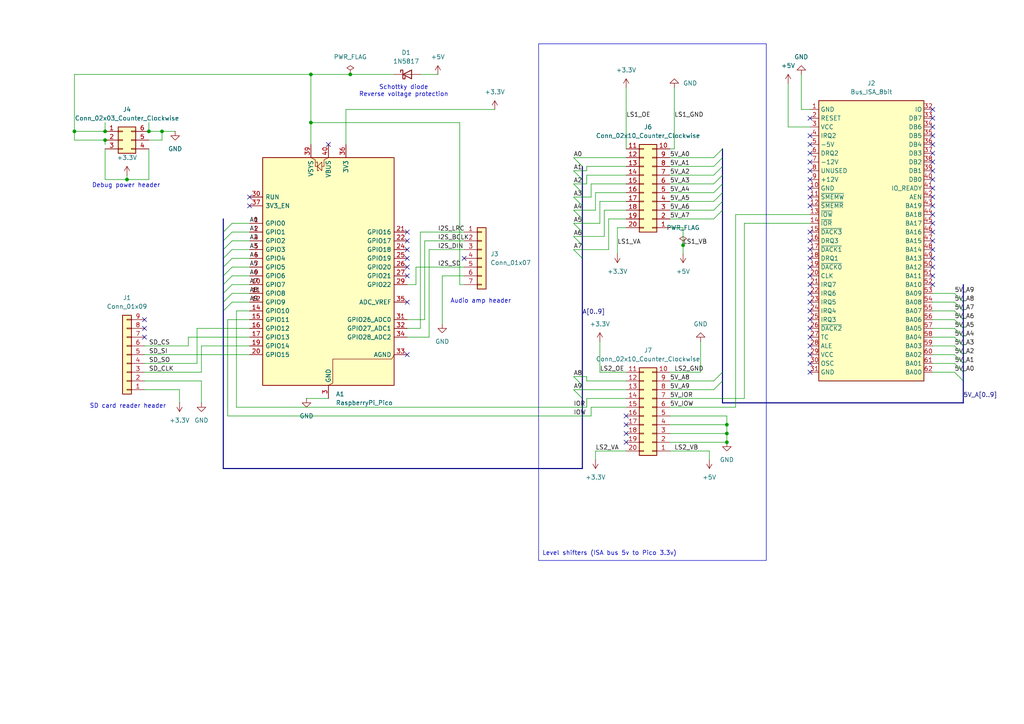
<source format=kicad_sch>
(kicad_sch (version 20250114) (generator "eeschema") (generator_version "9.0")
  (paper "A4")
  (lib_symbols
    (symbol "Connector:Bus_ISA_8bit"
      (property "Reference" "J" (at 0 42.545 0))
      (property "Value" "Bus_ISA_8bit" (at 0 -42.545 0))
      (symbol "Bus_ISA_8bit_0_1"
        (rectangle (start -15.24 -40.64) (end 15.24 40.64) (stroke (width 0.254)) (fill (type background)))
      )
      (symbol "Bus_ISA_8bit_1_1"
        (pin power_in line (at -17.78 38.1 0) (length 2.54) (name "GND") (number "1"))
        (pin output line (at -17.78 35.56 0) (length 2.54) (name "RESET") (number "2"))
        (pin power_in line (at -17.78 33.02 0) (length 2.54) (name "VCC") (number "3"))
        (pin passive line (at -17.78 30.48 0) (length 2.54) (name "IRQ2") (number "4"))
        (pin power_in line (at -17.78 27.94 0) (length 2.54) (name "-5V") (number "5"))
        (pin passive line (at -17.78 25.4 0) (length 2.54) (name "DRQ2") (number "6"))
        (pin power_in line (at -17.78 22.86 0) (length 2.54) (name "-12V") (number "7"))
        (pin passive line (at -17.78 20.32 0) (length 2.54) (name "UNUSED") (number "8"))
        (pin power_in line (at -17.78 17.78 0) (length 2.54) (name "+12V") (number "9"))
        (pin power_in line (at -17.78 15.24 0) (length 2.54) (name "GND") (number "10"))
        (pin output line (at -17.78 12.7 0) (length 2.54) (name "~{SMEMW}") (number "11"))
        (pin output line (at -17.78 10.16 0) (length 2.54) (name "~{SMEMR}") (number "12"))
        (pin output line (at -17.78 7.62 0) (length 2.54) (name "~{IOW}") (number "13"))
        (pin output line (at -17.78 5.08 0) (length 2.54) (name "~{IOR}") (number "14"))
        (pin passive line (at -17.78 2.54 0) (length 2.54) (name "~{DACK3}") (number "15"))
        (pin passive line (at -17.78 0 0) (length 2.54) (name "DRQ3") (number "16"))
        (pin passive line (at -17.78 -2.54 0) (length 2.54) (name "~{DACK1}") (number "17"))
        (pin passive line (at -17.78 -5.08 0) (length 2.54) (name "DRQ1") (number "18"))
        (pin passive line (at -17.78 -7.62 0) (length 2.54) (name "~{DACK0}") (number "19"))
        (pin output line (at -17.78 -10.16 0) (length 2.54) (name "CLK") (number "20"))
        (pin passive line (at -17.78 -12.7 0) (length 2.54) (name "IRQ7") (number "21"))
        (pin passive line (at -17.78 -15.24 0) (length 2.54) (name "IRQ6") (number "22"))
        (pin passive line (at -17.78 -17.78 0) (length 2.54) (name "IRQ5") (number "23"))
        (pin passive line (at -17.78 -20.32 0) (length 2.54) (name "IRQ4") (number "24"))
        (pin passive line (at -17.78 -22.86 0) (length 2.54) (name "IRQ3") (number "25"))
        (pin passive line (at -17.78 -25.4 0) (length 2.54) (name "~{DACK2}") (number "26"))
        (pin passive line (at -17.78 -27.94 0) (length 2.54) (name "TC") (number "27"))
        (pin output line (at -17.78 -30.48 0) (length 2.54) (name "ALE") (number "28"))
        (pin power_in line (at -17.78 -33.02 0) (length 2.54) (name "VCC") (number "29"))
        (pin output line (at -17.78 -35.56 0) (length 2.54) (name "OSC") (number "30"))
        (pin power_in line (at -17.78 -38.1 0) (length 2.54) (name "GND") (number "31"))
        (pin passive line (at 17.78 38.1 180) (length 2.54) (name "IO") (number "32"))
        (pin tri_state line (at 17.78 35.56 180) (length 2.54) (name "DB7") (number "33"))
        (pin tri_state line (at 17.78 33.02 180) (length 2.54) (name "DB6") (number "34"))
        (pin tri_state line (at 17.78 30.48 180) (length 2.54) (name "DB5") (number "35"))
        (pin tri_state line (at 17.78 27.94 180) (length 2.54) (name "DB4") (number "36"))
        (pin tri_state line (at 17.78 25.4 180) (length 2.54) (name "DB3") (number "37"))
        (pin tri_state line (at 17.78 22.86 180) (length 2.54) (name "DB2") (number "38"))
        (pin tri_state line (at 17.78 20.32 180) (length 2.54) (name "DB1") (number "39"))
        (pin tri_state line (at 17.78 17.78 180) (length 2.54) (name "DB0") (number "40"))
        (pin passive line (at 17.78 15.24 180) (length 2.54) (name "IO_READY") (number "41"))
        (pin output line (at 17.78 12.7 180) (length 2.54) (name "AEN") (number "42"))
        (pin tri_state line (at 17.78 10.16 180) (length 2.54) (name "BA19") (number "43"))
        (pin tri_state line (at 17.78 7.62 180) (length 2.54) (name "BA18") (number "44"))
        (pin tri_state line (at 17.78 5.08 180) (length 2.54) (name "BA17") (number "45"))
        (pin tri_state line (at 17.78 2.54 180) (length 2.54) (name "BA16") (number "46"))
        (pin tri_state line (at 17.78 0 180) (length 2.54) (name "BA15") (number "47"))
        (pin tri_state line (at 17.78 -2.54 180) (length 2.54) (name "BA14") (number "48"))
        (pin tri_state line (at 17.78 -5.08 180) (length 2.54) (name "BA13") (number "49"))
        (pin tri_state line (at 17.78 -7.62 180) (length 2.54) (name "BA12") (number "50"))
        (pin tri_state line (at 17.78 -10.16 180) (length 2.54) (name "BA11") (number "51"))
        (pin tri_state line (at 17.78 -12.7 180) (length 2.54) (name "BA10") (number "52"))
        (pin tri_state line (at 17.78 -15.24 180) (length 2.54) (name "BA09") (number "53"))
        (pin tri_state line (at 17.78 -17.78 180) (length 2.54) (name "BA08") (number "54"))
        (pin tri_state line (at 17.78 -20.32 180) (length 2.54) (name "BA07") (number "55"))
        (pin tri_state line (at 17.78 -22.86 180) (length 2.54) (name "BA06") (number "56"))
        (pin tri_state line (at 17.78 -25.4 180) (length 2.54) (name "BA05") (number "57"))
        (pin tri_state line (at 17.78 -27.94 180) (length 2.54) (name "BA04") (number "58"))
        (pin tri_state line (at 17.78 -30.48 180) (length 2.54) (name "BA03") (number "59"))
        (pin tri_state line (at 17.78 -33.02 180) (length 2.54) (name "BA02") (number "60"))
        (pin tri_state line (at 17.78 -35.56 180) (length 2.54) (name "BA01") (number "61"))
        (pin tri_state line (at 17.78 -38.1 180) (length 2.54) (name "BA00") (number "62"))
      )
    )
    (symbol "Connector_Generic:Conn_01x07" (pin_names (offset 1.016) (hide yes))
      (property "Reference" "J" (at 0 10.16 0))
      (property "Value" "Conn_01x07" (at 0 -10.16 0))
      (symbol "Conn_01x07_1_1"
        (rectangle (start -1.27 8.89) (end 1.27 -8.89) (stroke (width 0.254)) (fill (type background)))
        (rectangle (start -1.27 7.747) (end 0 7.493) (stroke (width 0.1524)))
        (rectangle (start -1.27 5.207) (end 0 4.953) (stroke (width 0.1524)))
        (rectangle (start -1.27 2.667) (end 0 2.413) (stroke (width 0.1524)))
        (rectangle (start -1.27 0.127) (end 0 -0.127) (stroke (width 0.1524)))
        (rectangle (start -1.27 -2.413) (end 0 -2.667) (stroke (width 0.1524)))
        (rectangle (start -1.27 -4.953) (end 0 -5.207) (stroke (width 0.1524)))
        (rectangle (start -1.27 -7.493) (end 0 -7.747) (stroke (width 0.1524)))
        (pin passive line (at -5.08 7.62 0) (length 3.81) (name "Pin_1") (number "1"))
        (pin passive line (at -5.08 5.08 0) (length 3.81) (name "Pin_2") (number "2"))
        (pin passive line (at -5.08 2.54 0) (length 3.81) (name "Pin_3") (number "3"))
        (pin passive line (at -5.08 0 0) (length 3.81) (name "Pin_4") (number "4"))
        (pin passive line (at -5.08 -2.54 0) (length 3.81) (name "Pin_5") (number "5"))
        (pin passive line (at -5.08 -5.08 0) (length 3.81) (name "Pin_6") (number "6"))
        (pin passive line (at -5.08 -7.62 0) (length 3.81) (name "Pin_7") (number "7"))
      )
    )
    (symbol "Connector_Generic:Conn_01x09" (pin_names (offset 1.016) (hide yes))
      (property "Reference" "J" (at 0 12.7 0))
      (property "Value" "Conn_01x09" (at 0 -12.7 0))
      (symbol "Conn_01x09_1_1"
        (rectangle (start -1.27 11.43) (end 1.27 -11.43) (stroke (width 0.254)) (fill (type background)))
        (rectangle (start -1.27 10.287) (end 0 10.033) (stroke (width 0.1524)))
        (rectangle (start -1.27 7.747) (end 0 7.493) (stroke (width 0.1524)))
        (rectangle (start -1.27 5.207) (end 0 4.953) (stroke (width 0.1524)))
        (rectangle (start -1.27 2.667) (end 0 2.413) (stroke (width 0.1524)))
        (rectangle (start -1.27 0.127) (end 0 -0.127) (stroke (width 0.1524)))
        (rectangle (start -1.27 -2.413) (end 0 -2.667) (stroke (width 0.1524)))
        (rectangle (start -1.27 -4.953) (end 0 -5.207) (stroke (width 0.1524)))
        (rectangle (start -1.27 -7.493) (end 0 -7.747) (stroke (width 0.1524)))
        (rectangle (start -1.27 -10.033) (end 0 -10.287) (stroke (width 0.1524)))
        (pin passive line (at -5.08 10.16 0) (length 3.81) (name "Pin_1") (number "1"))
        (pin passive line (at -5.08 7.62 0) (length 3.81) (name "Pin_2") (number "2"))
        (pin passive line (at -5.08 5.08 0) (length 3.81) (name "Pin_3") (number "3"))
        (pin passive line (at -5.08 2.54 0) (length 3.81) (name "Pin_4") (number "4"))
        (pin passive line (at -5.08 0 0) (length 3.81) (name "Pin_5") (number "5"))
        (pin passive line (at -5.08 -2.54 0) (length 3.81) (name "Pin_6") (number "6"))
        (pin passive line (at -5.08 -5.08 0) (length 3.81) (name "Pin_7") (number "7"))
        (pin passive line (at -5.08 -7.62 0) (length 3.81) (name "Pin_8") (number "8"))
        (pin passive line (at -5.08 -10.16 0) (length 3.81) (name "Pin_9") (number "9"))
      )
    )
    (symbol "Connector_Generic:Conn_02x03_Counter_Clockwise" (pin_names (offset 1.016) (hide yes))
      (property "Reference" "J" (at 1.27 5.08 0))
      (property "Value" "Conn_02x03_Counter_Clockwise" (at 1.27 -5.08 0))
      (symbol "Conn_02x03_Counter_Clockwise_1_1"
        (rectangle (start -1.27 3.81) (end 3.81 -3.81) (stroke (width 0.254)) (fill (type background)))
        (rectangle (start -1.27 2.667) (end 0 2.413) (stroke (width 0.1524)))
        (rectangle (start -1.27 0.127) (end 0 -0.127) (stroke (width 0.1524)))
        (rectangle (start -1.27 -2.413) (end 0 -2.667) (stroke (width 0.1524)))
        (rectangle (start 3.81 2.667) (end 2.54 2.413) (stroke (width 0.1524)))
        (rectangle (start 3.81 0.127) (end 2.54 -0.127) (stroke (width 0.1524)))
        (rectangle (start 3.81 -2.413) (end 2.54 -2.667) (stroke (width 0.1524)))
        (pin passive line (at -5.08 2.54 0) (length 3.81) (name "Pin_1") (number "1"))
        (pin passive line (at -5.08 0 0) (length 3.81) (name "Pin_2") (number "2"))
        (pin passive line (at -5.08 -2.54 0) (length 3.81) (name "Pin_3") (number "3"))
        (pin passive line (at 7.62 2.54 180) (length 3.81) (name "Pin_6") (number "6"))
        (pin passive line (at 7.62 0 180) (length 3.81) (name "Pin_5") (number "5"))
        (pin passive line (at 7.62 -2.54 180) (length 3.81) (name "Pin_4") (number "4"))
      )
    )
    (symbol "Connector_Generic:Conn_02x10_Counter_Clockwise" (pin_names (offset 1.016) (hide yes))
      (property "Reference" "J" (at 1.27 12.7 0))
      (property "Value" "Conn_02x10_Counter_Clockwise" (at 1.27 -15.24 0))
      (symbol "Conn_02x10_Counter_Clockwise_1_1"
        (rectangle (start -1.27 11.43) (end 3.81 -13.97) (stroke (width 0.254)) (fill (type background)))
        (rectangle (start -1.27 10.287) (end 0 10.033) (stroke (width 0.1524)))
        (rectangle (start -1.27 7.747) (end 0 7.493) (stroke (width 0.1524)))
        (rectangle (start -1.27 5.207) (end 0 4.953) (stroke (width 0.1524)))
        (rectangle (start -1.27 2.667) (end 0 2.413) (stroke (width 0.1524)))
        (rectangle (start -1.27 0.127) (end 0 -0.127) (stroke (width 0.1524)))
        (rectangle (start -1.27 -2.413) (end 0 -2.667) (stroke (width 0.1524)))
        (rectangle (start -1.27 -4.953) (end 0 -5.207) (stroke (width 0.1524)))
        (rectangle (start -1.27 -7.493) (end 0 -7.747) (stroke (width 0.1524)))
        (rectangle (start -1.27 -10.033) (end 0 -10.287) (stroke (width 0.1524)))
        (rectangle (start -1.27 -12.573) (end 0 -12.827) (stroke (width 0.1524)))
        (rectangle (start 3.81 10.287) (end 2.54 10.033) (stroke (width 0.1524)))
        (rectangle (start 3.81 7.747) (end 2.54 7.493) (stroke (width 0.1524)))
        (rectangle (start 3.81 5.207) (end 2.54 4.953) (stroke (width 0.1524)))
        (rectangle (start 3.81 2.667) (end 2.54 2.413) (stroke (width 0.1524)))
        (rectangle (start 3.81 0.127) (end 2.54 -0.127) (stroke (width 0.1524)))
        (rectangle (start 3.81 -2.413) (end 2.54 -2.667) (stroke (width 0.1524)))
        (rectangle (start 3.81 -4.953) (end 2.54 -5.207) (stroke (width 0.1524)))
        (rectangle (start 3.81 -7.493) (end 2.54 -7.747) (stroke (width 0.1524)))
        (rectangle (start 3.81 -10.033) (end 2.54 -10.287) (stroke (width 0.1524)))
        (rectangle (start 3.81 -12.573) (end 2.54 -12.827) (stroke (width 0.1524)))
        (pin passive line (at -5.08 10.16 0) (length 3.81) (name "Pin_1") (number "1"))
        (pin passive line (at -5.08 7.62 0) (length 3.81) (name "Pin_2") (number "2"))
        (pin passive line (at -5.08 5.08 0) (length 3.81) (name "Pin_3") (number "3"))
        (pin passive line (at -5.08 2.54 0) (length 3.81) (name "Pin_4") (number "4"))
        (pin passive line (at -5.08 0 0) (length 3.81) (name "Pin_5") (number "5"))
        (pin passive line (at -5.08 -2.54 0) (length 3.81) (name "Pin_6") (number "6"))
        (pin passive line (at -5.08 -5.08 0) (length 3.81) (name "Pin_7") (number "7"))
        (pin passive line (at -5.08 -7.62 0) (length 3.81) (name "Pin_8") (number "8"))
        (pin passive line (at -5.08 -10.16 0) (length 3.81) (name "Pin_9") (number "9"))
        (pin passive line (at -5.08 -12.7 0) (length 3.81) (name "Pin_10") (number "10"))
        (pin passive line (at 7.62 10.16 180) (length 3.81) (name "Pin_20") (number "20"))
        (pin passive line (at 7.62 7.62 180) (length 3.81) (name "Pin_19") (number "19"))
        (pin passive line (at 7.62 5.08 180) (length 3.81) (name "Pin_18") (number "18"))
        (pin passive line (at 7.62 2.54 180) (length 3.81) (name "Pin_17") (number "17"))
        (pin passive line (at 7.62 0 180) (length 3.81) (name "Pin_16") (number "16"))
        (pin passive line (at 7.62 -2.54 180) (length 3.81) (name "Pin_15") (number "15"))
        (pin passive line (at 7.62 -5.08 180) (length 3.81) (name "Pin_14") (number "14"))
        (pin passive line (at 7.62 -7.62 180) (length 3.81) (name "Pin_13") (number "13"))
        (pin passive line (at 7.62 -10.16 180) (length 3.81) (name "Pin_12") (number "12"))
        (pin passive line (at 7.62 -12.7 180) (length 3.81) (name "Pin_11") (number "11"))
      )
    )
    (symbol "Device:D_Schottky" (pin_numbers (hide yes)) (pin_names (offset 1.016) (hide yes))
      (property "Reference" "D" (at 0 2.54 0))
      (property "Value" "D_Schottky" (at 0 -2.54 0))
      (symbol "D_Schottky_0_1"
        (polyline (pts (xy -1.905 0.635) (xy -1.905 1.27) (xy -1.27 1.27) (xy -1.27 -1.27) (xy -0.635 -1.27) (xy -0.635 -0.635)) (stroke (width 0.254)))
        (polyline (pts (xy 1.27 1.27) (xy 1.27 -1.27) (xy -1.27 0) (xy 1.27 1.27)) (stroke (width 0.254)))
        (polyline (pts (xy 1.27 0) (xy -1.27 0)))
      )
      (symbol "D_Schottky_1_1"
        (pin passive line (at -3.81 0 0) (length 2.54) (name "K") (number "1"))
        (pin passive line (at 3.81 0 180) (length 2.54) (name "A") (number "2"))
      )
    )
    (symbol "MCU_Module:RaspberryPi_Pico" (pin_names (offset 0.762))
      (property "Reference" "A" (at -19.05 35.56 0))
      (property "Value" "RaspberryPi_Pico" (at 7.62 35.56 0))
      (symbol "RaspberryPi_Pico_0_1"
        (rectangle (start -19.05 34.29) (end 19.05 -31.75) (stroke (width 0.254)) (fill (type background)))
        (polyline (pts (xy -5.08 34.29) (xy -3.81 33.655) (xy -3.81 31.75) (xy -3.175 31.75)))
        (polyline (pts (xy -3.429 32.766) (xy -3.429 33.02) (xy -3.175 33.02) (xy -3.175 30.48) (xy -2.921 30.48) (xy -2.921 30.734)))
        (polyline (pts (xy -3.175 31.75) (xy -1.905 33.02) (xy -1.905 30.48) (xy -3.175 31.75)))
        (polyline (pts (xy 0 34.29) (xy -1.27 33.655) (xy -1.27 31.75) (xy -1.905 31.75)))
        (polyline (pts (xy 0 -31.75) (xy 1.27 -31.115) (xy 1.27 -24.13) (xy 18.415 -24.13) (xy 19.05 -22.86)))
      )
      (symbol "RaspberryPi_Pico_1_1"
        (pin passive line (at -22.86 22.86 0) (length 3.81) (name "RUN") (number "30"))
        (pin passive line (at -22.86 20.32 0) (length 3.81) (name "3V3_EN") (number "37"))
        (pin bidirectional line (at -22.86 15.24 0) (length 3.81) (name "GPIO0") (number "1"))
        (pin bidirectional line (at -22.86 12.7 0) (length 3.81) (name "GPIO1") (number "2"))
        (pin bidirectional line (at -22.86 10.16 0) (length 3.81) (name "GPIO2") (number "4"))
        (pin bidirectional line (at -22.86 7.62 0) (length 3.81) (name "GPIO3") (number "5"))
        (pin bidirectional line (at -22.86 5.08 0) (length 3.81) (name "GPIO4") (number "6"))
        (pin bidirectional line (at -22.86 2.54 0) (length 3.81) (name "GPIO5") (number "7"))
        (pin bidirectional line (at -22.86 0 0) (length 3.81) (name "GPIO6") (number "9"))
        (pin bidirectional line (at -22.86 -2.54 0) (length 3.81) (name "GPIO7") (number "10"))
        (pin bidirectional line (at -22.86 -5.08 0) (length 3.81) (name "GPIO8") (number "11"))
        (pin bidirectional line (at -22.86 -7.62 0) (length 3.81) (name "GPIO9") (number "12"))
        (pin bidirectional line (at -22.86 -10.16 0) (length 3.81) (name "GPIO10") (number "14"))
        (pin bidirectional line (at -22.86 -12.7 0) (length 3.81) (name "GPIO11") (number "15"))
        (pin bidirectional line (at -22.86 -15.24 0) (length 3.81) (name "GPIO12") (number "16"))
        (pin bidirectional line (at -22.86 -17.78 0) (length 3.81) (name "GPIO13") (number "17"))
        (pin bidirectional line (at -22.86 -20.32 0) (length 3.81) (name "GPIO14") (number "19"))
        (pin bidirectional line (at -22.86 -22.86 0) (length 3.81) (name "GPIO15") (number "20"))
        (pin power_in line (at -5.08 38.1 270) (length 3.81) (name "VSYS") (number "39"))
        (pin power_out line (at 0 38.1 270) (length 3.81) (name "VBUS") (number "40"))
        (pin passive line (at 0 -35.56 90) (length 3.81) (hide yes) (name "GND") (number "13"))
        (pin passive line (at 0 -35.56 90) (length 3.81) (hide yes) (name "GND") (number "18"))
        (pin passive line (at 0 -35.56 90) (length 3.81) (hide yes) (name "GND") (number "23"))
        (pin passive line (at 0 -35.56 90) (length 3.81) (hide yes) (name "GND") (number "28"))
        (pin power_out line (at 0 -35.56 90) (length 3.81) (name "GND") (number "3"))
        (pin passive line (at 0 -35.56 90) (length 3.81) (hide yes) (name "GND") (number "38"))
        (pin passive line (at 0 -35.56 90) (length 3.81) (hide yes) (name "GND") (number "8"))
        (pin power_out line (at 5.08 38.1 270) (length 3.81) (name "3V3") (number "36"))
        (pin bidirectional line (at 22.86 12.7 180) (length 3.81) (name "GPIO16") (number "21"))
        (pin bidirectional line (at 22.86 10.16 180) (length 3.81) (name "GPIO17") (number "22"))
        (pin bidirectional line (at 22.86 7.62 180) (length 3.81) (name "GPIO18") (number "24"))
        (pin bidirectional line (at 22.86 5.08 180) (length 3.81) (name "GPIO19") (number "25"))
        (pin bidirectional line (at 22.86 2.54 180) (length 3.81) (name "GPIO20") (number "26"))
        (pin bidirectional line (at 22.86 0 180) (length 3.81) (name "GPIO21") (number "27"))
        (pin bidirectional line (at 22.86 -2.54 180) (length 3.81) (name "GPIO22") (number "29"))
        (pin power_in line (at 22.86 -7.62 180) (length 3.81) (name "ADC_VREF") (number "35"))
        (pin bidirectional line (at 22.86 -12.7 180) (length 3.81) (name "GPIO26_ADC0") (number "31"))
        (pin bidirectional line (at 22.86 -15.24 180) (length 3.81) (name "GPIO27_ADC1") (number "32"))
        (pin bidirectional line (at 22.86 -17.78 180) (length 3.81) (name "GPIO28_ADC2") (number "34"))
        (pin power_out line (at 22.86 -22.86 180) (length 3.81) (name "AGND") (number "33"))
      )
    )
    (symbol "power:+3.3V" (power) (pin_numbers (hide yes)) (pin_names (offset 0) (hide yes))
      (property "Value" "+3.3V" (at 0 3.556 0))
      (symbol "+3.3V_0_1"
        (polyline (pts (xy -0.762 1.27) (xy 0 2.54)))
        (polyline (pts (xy 0 2.54) (xy 0.762 1.27)))
        (polyline (pts (xy 0 0) (xy 0 2.54)))
      )
      (symbol "+3.3V_1_1"
        (pin power_in line (at 0 0 90) (length 0) (name "~") (number "1"))
      )
    )
    (symbol "power:+5V" (power) (pin_numbers (hide yes)) (pin_names (offset 0) (hide yes))
      (property "Value" "+5V" (at 0 3.556 0))
      (symbol "+5V_0_1"
        (polyline (pts (xy -0.762 1.27) (xy 0 2.54)))
        (polyline (pts (xy 0 2.54) (xy 0.762 1.27)))
        (polyline (pts (xy 0 0) (xy 0 2.54)))
      )
      (symbol "+5V_1_1"
        (pin power_in line (at 0 0 90) (length 0) (name "~") (number "1"))
      )
    )
    (symbol "power:GND" (power) (pin_numbers (hide yes)) (pin_names (offset 0) (hide yes))
      (property "Value" "GND" (at 0 -3.81 0))
      (symbol "GND_0_1"
        (polyline (pts (xy 0 0) (xy 0 -1.27) (xy 1.27 -1.27) (xy 0 -2.54) (xy -1.27 -1.27) (xy 0 -1.27)))
      )
      (symbol "GND_1_1"
        (pin power_in line (at 0 0 270) (length 0) (name "~") (number "1"))
      )
    )
    (symbol "power:PWR_FLAG" (power) (pin_numbers (hide yes)) (pin_names (offset 0) (hide yes))
      (property "Value" "PWR_FLAG" (at 0 3.81 0))
      (symbol "PWR_FLAG_0_0"
        (pin power_out line (at 0 0 90) (length 0) (name "~") (number "1"))
      )
      (symbol "PWR_FLAG_0_1"
        (polyline (pts (xy 0 0) (xy 0 1.27) (xy -1.016 1.905) (xy 0 2.54) (xy 1.016 1.905) (xy 0 1.27)))
      )
    )
  )
  (rectangle (start 156.21 12.7) (end 222.25 162.56))
  (text "Debug power header" (at 36.576 53.848 0) (effects (font (size 1.27 1.27))))
  (text "SD card reader header" (at 37.084 117.856 0) (effects (font (size 1.27 1.27))))
  (text "Level shifters (ISA bus 5v to Pico 3.3v)" (at 176.784 160.528 0) (effects (font (size 1.27 1.27))))
  (text "Schottky diode\nReverse voltage protection" (at 117.094 26.416 0) (effects (font (size 1.27 1.27))))
  (text "Audio amp header\n" (at 139.446 87.376 0) (effects (font (size 1.27 1.27))))
  (junction (at 101.6 21.59))
  (junction (at 210.82 123.19))
  (junction (at 43.18 38.1))
  (junction (at 46.99 38.1))
  (junction (at 30.48 38.1))
  (junction (at 210.82 128.27))
  (junction (at 210.82 125.73))
  (junction (at 198.12 71.12))
  (junction (at 21.59 38.1))
  (junction (at 90.17 21.59))
  (junction (at 30.48 40.64))
  (junction (at 36.83 52.07))
  (junction (at 90.17 35.56))
  (no_connect (at 234.95 85.09))
  (no_connect (at 270.51 59.69))
  (no_connect (at 118.11 67.31))
  (no_connect (at 270.51 67.31))
  (no_connect (at 234.95 52.07))
  (no_connect (at 181.61 120.65))
  (no_connect (at 234.95 39.37))
  (no_connect (at 234.95 72.39))
  (no_connect (at 270.51 52.07))
  (no_connect (at 72.39 59.69))
  (no_connect (at 270.51 44.45))
  (no_connect (at 234.95 77.47))
  (no_connect (at 118.11 102.87))
  (no_connect (at 95.25 41.91))
  (no_connect (at 234.95 59.69))
  (no_connect (at 234.95 102.87))
  (no_connect (at 118.11 72.39))
  (no_connect (at 270.51 57.15))
  (no_connect (at 270.51 39.37))
  (no_connect (at 234.95 92.71))
  (no_connect (at 234.95 46.99))
  (no_connect (at 118.11 74.93))
  (no_connect (at 270.51 64.77))
  (no_connect (at 118.11 87.63))
  (no_connect (at 134.62 74.93))
  (no_connect (at 234.95 41.91))
  (no_connect (at 234.95 74.93))
  (no_connect (at 270.51 34.29))
  (no_connect (at 270.51 69.85))
  (no_connect (at 181.61 128.27))
  (no_connect (at 234.95 54.61))
  (no_connect (at 181.61 125.73))
  (no_connect (at 234.95 69.85))
  (no_connect (at 270.51 41.91))
  (no_connect (at 234.95 49.53))
  (no_connect (at 270.51 72.39))
  (no_connect (at 234.95 97.79))
  (no_connect (at 234.95 44.45))
  (no_connect (at 234.95 105.41))
  (no_connect (at 41.91 95.25))
  (no_connect (at 118.11 69.85))
  (no_connect (at 234.95 90.17))
  (no_connect (at 234.95 107.95))
  (no_connect (at 234.95 95.25))
  (no_connect (at 270.51 62.23))
  (no_connect (at 41.91 92.71))
  (no_connect (at 270.51 80.01))
  (no_connect (at 72.39 57.15))
  (no_connect (at 234.95 80.01))
  (no_connect (at 234.95 82.55))
  (no_connect (at 118.11 77.47))
  (no_connect (at 270.51 36.83))
  (no_connect (at 270.51 49.53))
  (no_connect (at 234.95 87.63))
  (no_connect (at 270.51 31.75))
  (no_connect (at 234.95 34.29))
  (no_connect (at 270.51 77.47))
  (no_connect (at 270.51 82.55))
  (no_connect (at 234.95 67.31))
  (no_connect (at 234.95 100.33))
  (no_connect (at 234.95 57.15))
  (no_connect (at 270.51 74.93))
  (no_connect (at 270.51 46.99))
  (no_connect (at 118.11 80.01))
  (no_connect (at 181.61 123.19))
  (no_connect (at 41.91 97.79))
  (no_connect (at 270.51 54.61))
  (bus_entry (at 64.77 90.17) (size 2.54 -2.54))
  (bus_entry (at 209.55 45.72) (size -2.54 2.54))
  (bus_entry (at 209.55 48.26) (size -2.54 2.54))
  (bus_entry (at 276.86 102.87) (size 2.54 2.54))
  (bus_entry (at 276.86 95.25) (size 2.54 2.54))
  (bus_entry (at 209.55 50.8) (size -2.54 2.54))
  (bus_entry (at 209.55 110.49) (size -2.54 2.54))
  (bus_entry (at 64.77 77.47) (size 2.54 -2.54))
  (bus_entry (at 166.37 53.34) (size 2.54 2.54))
  (bus_entry (at 64.77 67.31) (size 2.54 -2.54))
  (bus_entry (at 64.77 69.85) (size 2.54 -2.54))
  (bus_entry (at 166.37 57.15) (size 2.54 2.54))
  (bus_entry (at 276.86 87.63) (size 2.54 2.54))
  (bus_entry (at 276.86 92.71) (size 2.54 2.54))
  (bus_entry (at 276.86 100.33) (size 2.54 2.54))
  (bus_entry (at 64.77 85.09) (size 2.54 -2.54))
  (bus_entry (at 276.86 105.41) (size 2.54 2.54))
  (bus_entry (at 209.55 55.88) (size -2.54 2.54))
  (bus_entry (at 209.55 107.95) (size -2.54 2.54))
  (bus_entry (at 64.77 74.93) (size 2.54 -2.54))
  (bus_entry (at 276.86 85.09) (size 2.54 2.54))
  (bus_entry (at 209.55 58.42) (size -2.54 2.54))
  (bus_entry (at 166.37 109.22) (size 2.54 2.54))
  (bus_entry (at 64.77 80.01) (size 2.54 -2.54))
  (bus_entry (at 209.55 43.18) (size -2.54 2.54))
  (bus_entry (at 64.77 72.39) (size 2.54 -2.54))
  (bus_entry (at 276.86 97.79) (size 2.54 2.54))
  (bus_entry (at 209.55 60.96) (size -2.54 2.54))
  (bus_entry (at 166.37 68.58) (size 2.54 2.54))
  (bus_entry (at 166.37 113.03) (size 2.54 2.54))
  (bus_entry (at 166.37 49.53) (size 2.54 2.54))
  (bus_entry (at 166.37 45.72) (size 2.54 2.54))
  (bus_entry (at 166.37 72.39) (size 2.54 2.54))
  (bus_entry (at 166.37 60.96) (size 2.54 2.54))
  (bus_entry (at 276.86 90.17) (size 2.54 2.54))
  (bus_entry (at 64.77 82.55) (size 2.54 -2.54))
  (bus_entry (at 166.37 64.77) (size 2.54 2.54))
  (bus_entry (at 64.77 87.63) (size 2.54 -2.54))
  (bus_entry (at 209.55 53.34) (size -2.54 2.54))
  (bus_entry (at 276.86 107.95) (size 2.54 2.54))
  (wire (pts (xy 194.31 50.8) (xy 207.01 50.8)))
  (wire (pts (xy 172.72 55.88) (xy 181.61 55.88)))
  (wire (pts (xy 166.37 53.34) (xy 170.18 53.34)))
  (bus (pts (xy 209.55 45.72) (xy 209.55 48.26)))
  (wire (pts (xy 166.37 45.72) (xy 181.61 45.72)))
  (bus (pts (xy 168.91 115.57) (xy 168.91 135.89)))
  (wire (pts (xy 170.18 53.34) (xy 170.18 50.8)))
  (wire (pts (xy 90.17 21.59) (xy 21.59 21.59)))
  (wire (pts (xy 133.35 82.55) (xy 133.35 35.56)))
  (wire (pts (xy 100.33 31.75) (xy 100.33 41.91)))
  (wire (pts (xy 41.91 102.87) (xy 72.39 102.87)))
  (wire (pts (xy 194.31 128.27) (xy 210.82 128.27)))
  (wire (pts (xy 207.01 53.34) (xy 194.31 53.34)))
  (wire (pts (xy 128.27 80.01) (xy 134.62 80.01)))
  (wire (pts (xy 215.9 115.57) (xy 215.9 64.77)))
  (wire (pts (xy 46.99 40.64) (xy 43.18 40.64)))
  (wire (pts (xy 270.51 105.41) (xy 276.86 105.41)))
  (wire (pts (xy 170.18 118.11) (xy 170.18 115.57)))
  (wire (pts (xy 58.42 107.95) (xy 41.91 107.95)))
  (wire (pts (xy 179.07 66.04) (xy 179.07 73.66)))
  (bus (pts (xy 64.77 69.85) (xy 64.77 72.39)))
  (wire (pts (xy 41.91 105.41) (xy 57.15 105.41)))
  (wire (pts (xy 58.42 100.33) (xy 58.42 107.95)))
  (wire (pts (xy 213.36 62.23) (xy 213.36 118.11)))
  (wire (pts (xy 52.07 116.84) (xy 52.07 113.03)))
  (wire (pts (xy 194.31 125.73) (xy 210.82 125.73)))
  (wire (pts (xy 207.01 55.88) (xy 194.31 55.88)))
  (wire (pts (xy 120.65 77.47) (xy 134.62 77.47)))
  (wire (pts (xy 66.04 120.65) (xy 171.45 120.65)))
  (wire (pts (xy 114.3 21.59) (xy 101.6 21.59)))
  (wire (pts (xy 67.31 64.77) (xy 72.39 64.77)))
  (wire (pts (xy 88.9 115.57) (xy 95.25 115.57)))
  (wire (pts (xy 170.18 109.22) (xy 166.37 109.22)))
  (wire (pts (xy 67.31 69.85) (xy 72.39 69.85)))
  (wire (pts (xy 166.37 72.39) (xy 176.53 72.39)))
  (bus (pts (xy 168.91 52.07) (xy 168.91 55.88)))
  (bus (pts (xy 279.4 102.87) (xy 279.4 105.41)))
  (wire (pts (xy 67.31 74.93) (xy 72.39 74.93)))
  (wire (pts (xy 128.27 93.98) (xy 128.27 80.01)))
  (wire (pts (xy 203.2 107.95) (xy 194.31 107.95)))
  (wire (pts (xy 194.31 120.65) (xy 210.82 120.65)))
  (wire (pts (xy 170.18 110.49) (xy 170.18 109.22)))
  (wire (pts (xy 207.01 58.42) (xy 194.31 58.42)))
  (bus (pts (xy 279.4 107.95) (xy 279.4 110.49)))
  (wire (pts (xy 207.01 45.72) (xy 194.31 45.72)))
  (wire (pts (xy 58.42 110.49) (xy 41.91 110.49)))
  (wire (pts (xy 43.18 35.56) (xy 43.18 38.1)))
  (wire (pts (xy 43.18 38.1) (xy 46.99 38.1)))
  (wire (pts (xy 127 21.59) (xy 121.92 21.59)))
  (wire (pts (xy 176.53 72.39) (xy 176.53 63.5)))
  (bus (pts (xy 209.55 55.88) (xy 209.55 58.42)))
  (wire (pts (xy 270.51 102.87) (xy 276.86 102.87)))
  (wire (pts (xy 133.35 35.56) (xy 90.17 35.56)))
  (wire (pts (xy 173.99 64.77) (xy 173.99 58.42)))
  (bus (pts (xy 279.4 87.63) (xy 279.4 90.17)))
  (wire (pts (xy 67.31 72.39) (xy 72.39 72.39)))
  (wire (pts (xy 124.46 72.39) (xy 134.62 72.39)))
  (bus (pts (xy 279.4 100.33) (xy 279.4 102.87)))
  (wire (pts (xy 210.82 123.19) (xy 210.82 125.73)))
  (bus (pts (xy 279.4 97.79) (xy 279.4 100.33)))
  (wire (pts (xy 72.39 100.33) (xy 58.42 100.33)))
  (bus (pts (xy 64.77 80.01) (xy 64.77 82.55)))
  (wire (pts (xy 72.39 97.79) (xy 54.61 97.79)))
  (bus (pts (xy 209.55 60.96) (xy 209.55 107.95)))
  (wire (pts (xy 198.12 71.12) (xy 198.12 73.66)))
  (wire (pts (xy 270.51 97.79) (xy 276.86 97.79)))
  (wire (pts (xy 90.17 21.59) (xy 90.17 35.56)))
  (wire (pts (xy 43.18 52.07) (xy 43.18 43.18)))
  (bus (pts (xy 209.55 43.18) (xy 209.55 45.72)))
  (bus (pts (xy 209.55 50.8) (xy 209.55 53.34)))
  (wire (pts (xy 30.48 41.91) (xy 30.48 40.64)))
  (wire (pts (xy 30.48 35.56) (xy 30.48 38.1)))
  (bus (pts (xy 168.91 74.93) (xy 168.91 111.76)))
  (wire (pts (xy 67.31 77.47) (xy 72.39 77.47)))
  (bus (pts (xy 168.91 55.88) (xy 168.91 59.69)))
  (bus (pts (xy 64.77 67.31) (xy 64.77 69.85)))
  (wire (pts (xy 270.51 85.09) (xy 276.86 85.09)))
  (wire (pts (xy 90.17 35.56) (xy 90.17 41.91)))
  (wire (pts (xy 210.82 125.73) (xy 210.82 128.27)))
  (wire (pts (xy 170.18 49.53) (xy 170.18 48.26)))
  (wire (pts (xy 198.12 66.04) (xy 194.31 66.04)))
  (wire (pts (xy 166.37 49.53) (xy 170.18 49.53)))
  (wire (pts (xy 72.39 95.25) (xy 57.15 95.25)))
  (wire (pts (xy 194.31 123.19) (xy 210.82 123.19)))
  (wire (pts (xy 171.45 118.11) (xy 181.61 118.11)))
  (wire (pts (xy 166.37 113.03) (xy 181.61 113.03)))
  (wire (pts (xy 194.31 110.49) (xy 207.01 110.49)))
  (wire (pts (xy 181.61 25.4) (xy 181.61 43.18)))
  (wire (pts (xy 118.11 95.25) (xy 121.92 95.25)))
  (wire (pts (xy 41.91 100.33) (xy 54.61 100.33)))
  (wire (pts (xy 215.9 64.77) (xy 234.95 64.77)))
  (wire (pts (xy 170.18 110.49) (xy 181.61 110.49)))
  (wire (pts (xy 21.59 21.59) (xy 21.59 38.1)))
  (wire (pts (xy 170.18 48.26) (xy 181.61 48.26)))
  (bus (pts (xy 64.77 85.09) (xy 64.77 87.63)))
  (wire (pts (xy 118.11 97.79) (xy 124.46 97.79)))
  (wire (pts (xy 170.18 50.8) (xy 181.61 50.8)))
  (bus (pts (xy 168.91 59.69) (xy 168.91 63.5)))
  (wire (pts (xy 270.51 87.63) (xy 276.86 87.63)))
  (wire (pts (xy 67.31 87.63) (xy 72.39 87.63)))
  (wire (pts (xy 172.72 60.96) (xy 172.72 55.88)))
  (wire (pts (xy 234.95 62.23) (xy 213.36 62.23)))
  (wire (pts (xy 36.83 52.07) (xy 43.18 52.07)))
  (wire (pts (xy 270.51 100.33) (xy 276.86 100.33)))
  (wire (pts (xy 173.99 107.95) (xy 181.61 107.95)))
  (bus (pts (xy 279.4 95.25) (xy 279.4 97.79)))
  (wire (pts (xy 172.72 130.81) (xy 181.61 130.81)))
  (wire (pts (xy 207.01 63.5) (xy 194.31 63.5)))
  (wire (pts (xy 101.6 21.59) (xy 90.17 21.59)))
  (bus (pts (xy 209.55 107.95) (xy 209.55 110.49)))
  (wire (pts (xy 166.37 57.15) (xy 171.45 57.15)))
  (wire (pts (xy 133.35 82.55) (xy 134.62 82.55)))
  (bus (pts (xy 279.4 90.17) (xy 279.4 92.71)))
  (wire (pts (xy 121.92 67.31) (xy 134.62 67.31)))
  (wire (pts (xy 173.99 99.06) (xy 173.99 107.95)))
  (wire (pts (xy 176.53 63.5) (xy 181.61 63.5)))
  (wire (pts (xy 270.51 90.17) (xy 276.86 90.17)))
  (wire (pts (xy 270.51 95.25) (xy 276.86 95.25)))
  (wire (pts (xy 21.59 40.64) (xy 30.48 40.64)))
  (wire (pts (xy 170.18 115.57) (xy 181.61 115.57)))
  (wire (pts (xy 232.41 21.59) (xy 232.41 31.75)))
  (wire (pts (xy 54.61 97.79) (xy 54.61 100.33)))
  (wire (pts (xy 194.31 115.57) (xy 215.9 115.57)))
  (wire (pts (xy 171.45 57.15) (xy 171.45 53.34)))
  (bus (pts (xy 279.4 105.41) (xy 279.4 107.95)))
  (wire (pts (xy 67.31 80.01) (xy 72.39 80.01)))
  (wire (pts (xy 166.37 60.96) (xy 172.72 60.96)))
  (wire (pts (xy 21.59 38.1) (xy 21.59 40.64)))
  (wire (pts (xy 123.19 92.71) (xy 123.19 69.85)))
  (wire (pts (xy 207.01 48.26) (xy 194.31 48.26)))
  (wire (pts (xy 175.26 68.58) (xy 175.26 60.96)))
  (wire (pts (xy 194.31 113.03) (xy 207.01 113.03)))
  (bus (pts (xy 64.77 72.39) (xy 64.77 74.93)))
  (bus (pts (xy 168.91 135.89) (xy 64.77 135.89)))
  (wire (pts (xy 68.58 118.11) (xy 170.18 118.11)))
  (wire (pts (xy 46.99 38.1) (xy 46.99 40.64)))
  (bus (pts (xy 168.91 48.26) (xy 168.91 52.07)))
  (wire (pts (xy 118.11 92.71) (xy 123.19 92.71)))
  (wire (pts (xy 210.82 120.65) (xy 210.82 123.19)))
  (bus (pts (xy 279.4 110.49) (xy 279.4 116.84)))
  (wire (pts (xy 175.26 60.96) (xy 181.61 60.96)))
  (bus (pts (xy 209.55 58.42) (xy 209.55 60.96)))
  (wire (pts (xy 121.92 95.25) (xy 121.92 67.31)))
  (wire (pts (xy 120.65 82.55) (xy 120.65 77.47)))
  (wire (pts (xy 52.07 113.03) (xy 41.91 113.03)))
  (bus (pts (xy 64.77 74.93) (xy 64.77 77.47)))
  (wire (pts (xy 123.19 69.85) (xy 134.62 69.85)))
  (wire (pts (xy 67.31 85.09) (xy 72.39 85.09)))
  (bus (pts (xy 64.77 77.47) (xy 64.77 80.01)))
  (bus (pts (xy 64.77 87.63) (xy 64.77 90.17)))
  (bus (pts (xy 168.91 67.31) (xy 168.91 71.12)))
  (wire (pts (xy 166.37 68.58) (xy 175.26 68.58)))
  (bus (pts (xy 64.77 90.17) (xy 64.77 135.89)))
  (wire (pts (xy 68.58 90.17) (xy 72.39 90.17)))
  (bus (pts (xy 64.77 82.55) (xy 64.77 85.09)))
  (wire (pts (xy 58.42 116.84) (xy 58.42 110.49)))
  (wire (pts (xy 50.8 38.1) (xy 46.99 38.1)))
  (bus (pts (xy 64.77 63.5) (xy 64.77 67.31)))
  (wire (pts (xy 179.07 66.04) (xy 181.61 66.04)))
  (bus (pts (xy 279.4 82.55) (xy 279.4 87.63)))
  (wire (pts (xy 30.48 52.07) (xy 30.48 43.18)))
  (wire (pts (xy 228.6 24.13) (xy 228.6 36.83)))
  (bus (pts (xy 168.91 71.12) (xy 168.91 74.93)))
  (bus (pts (xy 168.91 111.76) (xy 168.91 115.57)))
  (wire (pts (xy 194.31 118.11) (xy 213.36 118.11)))
  (wire (pts (xy 124.46 97.79) (xy 124.46 72.39)))
  (wire (pts (xy 118.11 82.55) (xy 120.65 82.55)))
  (wire (pts (xy 171.45 120.65) (xy 171.45 118.11)))
  (bus (pts (xy 209.55 110.49) (xy 209.55 116.84)))
  (wire (pts (xy 207.01 60.96) (xy 194.31 60.96)))
  (wire (pts (xy 66.04 120.65) (xy 66.04 92.71)))
  (wire (pts (xy 57.15 95.25) (xy 57.15 105.41)))
  (wire (pts (xy 143.51 31.75) (xy 100.33 31.75)))
  (wire (pts (xy 203.2 99.06) (xy 203.2 107.95)))
  (wire (pts (xy 232.41 31.75) (xy 234.95 31.75)))
  (wire (pts (xy 195.58 25.4) (xy 195.58 43.18)))
  (bus (pts (xy 168.91 63.5) (xy 168.91 67.31)))
  (wire (pts (xy 194.31 130.81) (xy 205.74 130.81)))
  (wire (pts (xy 67.31 67.31) (xy 72.39 67.31)))
  (wire (pts (xy 36.83 52.07) (xy 30.48 52.07)))
  (wire (pts (xy 66.04 92.71) (xy 72.39 92.71)))
  (wire (pts (xy 270.51 92.71) (xy 276.86 92.71)))
  (wire (pts (xy 172.72 130.81) (xy 172.72 133.35)))
  (wire (pts (xy 205.74 130.81) (xy 205.74 133.35)))
  (wire (pts (xy 198.12 66.04) (xy 198.12 71.12)))
  (wire (pts (xy 171.45 53.34) (xy 181.61 53.34)))
  (bus (pts (xy 209.55 53.34) (xy 209.55 55.88)))
  (bus (pts (xy 209.55 48.26) (xy 209.55 50.8)))
  (wire (pts (xy 195.58 43.18) (xy 194.31 43.18)))
  (wire (pts (xy 21.59 38.1) (xy 30.48 38.1)))
  (wire (pts (xy 166.37 64.77) (xy 173.99 64.77)))
  (wire (pts (xy 270.51 107.95) (xy 276.86 107.95)))
  (wire (pts (xy 228.6 36.83) (xy 234.95 36.83)))
  (wire (pts (xy 173.99 58.42) (xy 181.61 58.42)))
  (wire (pts (xy 36.83 50.8) (xy 36.83 52.07)))
  (bus (pts (xy 279.4 116.84) (xy 209.55 116.84)))
  (wire (pts (xy 67.31 82.55) (xy 72.39 82.55)))
  (bus (pts (xy 279.4 92.71) (xy 279.4 95.25)))
  (wire (pts (xy 68.58 118.11) (xy 68.58 90.17)))
  (label "LS2_VA" (at 172.72 130.81 0))
  (label "5V_A4" (at 276.86 97.79 0))
  (label "A1" (at 166.37 49.53 0))
  (label "A4" (at 72.39 74.93 0))
  (label "5V_A6" (at 194.31 60.96 0))
  (label "A9" (at 72.39 87.63 0))
  (label "A6" (at 166.37 68.58 0))
  (label "5V_A3" (at 194.31 53.34 0))
  (label "LS1_VB" (at 198.12 71.12 0))
  (label "A2" (at 72.39 69.85 0))
  (label "IOR" (at 166.37 118.11 0))
  (label "A3" (at 72.39 72.39 0))
  (label "I2S_LRC" (at 127 67.31 0))
  (label "A4" (at 166.37 60.96 0))
  (label "5V_A8" (at 194.31 110.49 0))
  (label "I2S_SD" (at 127 77.47 0))
  (label "A8" (at 166.37 109.22 0))
  (label "LS2_VB" (at 195.58 130.81 0))
  (label "A3" (at 166.37 57.15 0))
  (label "5V_A5" (at 276.86 95.25 0))
  (label "A1" (at 72.39 67.31 0))
  (label "SD_SO" (at 43.18 105.41 0))
  (label "I2S_DIN" (at 127 72.39 0))
  (label "5V_A2" (at 194.31 50.8 0))
  (label "5V_A9" (at 194.31 113.03 0))
  (label "5V_A2" (at 276.86 102.87 0))
  (label "5V_A7" (at 276.86 90.17 0))
  (label "A9" (at 166.37 113.03 0))
  (label "5V_A0" (at 194.31 45.72 0))
  (label "I2S_BCLK" (at 127 69.85 0))
  (label "5V_A9" (at 276.86 85.09 0))
  (label "A8" (at 72.39 85.09 0))
  (label "SD_SI" (at 43.18 102.87 0))
  (label "5V_A6" (at 276.86 92.71 0))
  (label "A7" (at 72.39 82.55 0))
  (label "5V_A7" (at 194.31 63.5 0))
  (label "5V_A5" (at 194.31 58.42 0))
  (label "A6" (at 72.39 80.01 0))
  (label "A7" (at 166.37 72.39 0))
  (label "A0" (at 72.39 64.77 0))
  (label "LS2_GND" (at 195.58 107.95 0))
  (label "IOW" (at 166.37 120.65 0))
  (label "5V_A3" (at 276.86 100.33 0))
  (label "A5" (at 72.39 77.47 0))
  (label "LS1_GND" (at 195.58 34.29 0))
  (label "5V_A8" (at 276.86 87.63 0))
  (label "A5" (at 166.37 64.77 0))
  (label "LS2_OE" (at 173.99 107.95 0))
  (label "5V_IOR" (at 194.31 115.57 0))
  (label "5V_A4" (at 194.31 55.88 0))
  (label "SD_CLK" (at 43.18 107.95 0))
  (label "5V_A1" (at 194.31 48.26 0))
  (label "A[0..9]" (at 168.91 91.44 0))
  (label "LS1_VA" (at 179.07 71.12 0))
  (label "SD_CS" (at 43.18 100.33 0))
  (label "5V_A0" (at 276.86 107.95 0))
  (label "A2" (at 166.37 53.34 0))
  (label "LS1_OE" (at 181.61 34.29 0))
  (label "5V_IOW" (at 194.31 118.11 0))
  (label "A0" (at 166.37 45.72 0))
  (label "5V_A1" (at 276.86 105.41 0))
  (label "5V_A[0..9]" (at 279.4 115.57 0))
  (symbol (lib_id "Connector_Generic:Conn_02x03_Counter_Clockwise") (at 35.56 40.64 0) (unit 1)
    (property "Reference" "J4" (at 36.83 31.75 0))
    (property "Value" "Conn_02x03_Counter_Clockwise" (at 36.83 34.29 0))
    (property "Footprint" "Connector_PinHeader_2.54mm:PinHeader_2x03_P2.54mm_Vertical" (effects (hide yes)))
    (property "Description" "Generic connector, double row, 02x03, counter clockwise pin numbering scheme (similar to DIP package numbering), script generated (kicad-library-utils/schlib/autogen/connector/)" (effects (hide yes)))
  )
  (symbol (lib_id "power:+5V") (at 127 21.59 0) (unit 1)
    (property "Reference" "#PWR05" (effects (hide yes)))
    (property "Value" "+5V" (at 127 16.51 0))
    (property "Description" "Power symbol creates a global label with name \"+5V\"" (effects (hide yes)))
  )
  (symbol (lib_id "power:+5V") (at 205.74 133.35 180) (unit 1)
    (property "Reference" "#PWR03" (effects (hide yes)))
    (property "Value" "+5V" (at 205.74 138.43 0))
    (property "Description" "Power symbol creates a global label with name \"+5V\"" (effects (hide yes)))
  )
  (symbol (lib_id "power:+5V") (at 198.12 73.66 180) (unit 1)
    (property "Reference" "#PWR01" (effects (hide yes)))
    (property "Value" "+5V" (at 198.12 78.74 0))
    (property "Description" "Power symbol creates a global label with name \"+5V\"" (effects (hide yes)))
  )
  (symbol (lib_id "Connector:Bus_ISA_8bit") (at 252.73 69.85 0) (unit 1)
    (property "Reference" "J2" (at 252.73 24.13 0))
    (property "Value" "Bus_ISA_8bit" (at 252.73 26.67 0))
    (property "Footprint" "Connector_PCBEdge:BUS_AT" (effects (hide yes)))
    (property "Datasheet" "https://en.wikipedia.org/wiki/Industry_Standard_Architecture" (effects (hide yes)))
    (property "Description" "8-bit ISA-PC bus connector" (effects (hide yes)))
  )
  (symbol (lib_id "Connector_Generic:Conn_01x09") (at 36.83 102.87 180) (unit 1)
    (property "Reference" "J1" (at 36.83 86.36 0))
    (property "Value" "Conn_01x09" (at 36.83 88.9 0))
    (property "Footprint" "Connector_PinHeader_2.54mm:PinHeader_1x09_P2.54mm_Vertical" (effects (hide yes)))
    (property "Description" "Generic connector, single row, 01x09, script generated (kicad-library-utils/schlib/autogen/connector/)" (effects (hide yes)))
  )
  (symbol (lib_id "power:+3.3V") (at 173.99 99.06 0) (unit 1)
    (property "Reference" "#PWR010" (effects (hide yes)))
    (property "Value" "+3.3V" (at 173.99 93.98 0))
    (property "Description" "Power symbol creates a global label with name \"+3.3V\"" (effects (hide yes)))
  )
  (symbol (lib_id "power:GND") (at 203.2 99.06 180) (unit 1)
    (property "Reference" "#PWR021" (effects (hide yes)))
    (property "Value" "GND" (at 203.2 93.98 0))
    (property "Description" "Power symbol creates a global label with name \"GND\" , ground" (effects (hide yes)))
  )
  (symbol (lib_id "Device:D_Schottky") (at 118.11 21.59 0) (unit 1)
    (property "Reference" "D1" (at 117.7925 15.24 0))
    (property "Value" "1N5817" (at 117.7925 17.78 0))
    (property "Footprint" "Diode_THT:D_DO-41_SOD81_P2.54mm_Vertical_AnodeUp" (effects (hide yes)))
    (property "Description" "Schottky diode" (effects (hide yes)))
  )
  (symbol (lib_id "power:PWR_FLAG") (at 101.6 21.59 0) (unit 1)
    (property "Reference" "#FLG01" (effects (hide yes)))
    (property "Value" "PWR_FLAG" (at 101.6 16.51 0))
    (property "Description" "Special symbol for telling ERC where power comes from" (effects (hide yes)))
  )
  (symbol (lib_id "power:+3.3V") (at 181.61 25.4 0) (unit 1)
    (property "Reference" "#PWR09" (effects (hide yes)))
    (property "Value" "+3.3V" (at 181.61 20.32 0))
    (property "Description" "Power symbol creates a global label with name \"+3.3V\"" (effects (hide yes)))
  )
  (symbol (lib_id "MCU_Module:RaspberryPi_Pico") (at 95.25 80.01 0) (unit 1)
    (property "Reference" "A1" (at 97.3933 114.3 0) (effects (justify left)))
    (property "Value" "RaspberryPi_Pico" (at 97.3933 116.84 0) (effects (justify left)))
    (property "Footprint" "Module:RaspberryPi_Pico_Common_Unspecified" (effects (hide yes)))
    (property "Datasheet" "https://datasheets.raspberrypi.com/pico/pico-datasheet.pdf" (effects (hide yes)))
    (property "Description" "Versatile and inexpensive microcontroller module powered by RP2040 dual-core Arm Cortex-M0+ processor up to 133 MHz, 264kB SRAM, 2MB QSPI flash; also supports Raspberry Pi Pico 2" (effects (hide yes)))
  )
  (symbol (lib_id "Connector_Generic:Conn_02x10_Counter_Clockwise") (at 189.23 55.88 180) (unit 1)
    (property "Reference" "J6" (at 187.96 36.83 0))
    (property "Value" "Conn_02x10_Counter_Clockwise" (at 187.96 39.37 0))
    (property "Footprint" "CustomGraphics:TXS0108E_2x10_Header2" (effects (hide yes)))
    (property "Description" "Generic connector, double row, 02x10, counter clockwise pin numbering scheme (similar to DIP package numbering), script generated (kicad-library-utils/schlib/autogen/connector/)" (effects (hide yes)))
  )
  (symbol (lib_id "Connector_Generic:Conn_01x07") (at 139.7 74.93 0) (unit 1)
    (property "Reference" "J3" (at 142.24 73.6599 0) (effects (justify left)))
    (property "Value" "Conn_01x07" (at 142.24 76.1999 0) (effects (justify left)))
    (property "Footprint" "Connector_PinHeader_2.54mm:PinHeader_1x07_P2.54mm_Vertical" (effects (hide yes)))
    (property "Description" "Generic connector, single row, 01x07, script generated (kicad-library-utils/schlib/autogen/connector/)" (effects (hide yes)))
  )
  (symbol (lib_id "power:+3.3V") (at 143.51 31.75 0) (unit 1)
    (property "Reference" "#PWR011" (effects (hide yes)))
    (property "Value" "+3.3V" (at 143.51 26.67 0))
    (property "Description" "Power symbol creates a global label with name \"+3.3V\"" (effects (hide yes)))
  )
  (symbol (lib_id "power:GND") (at 58.42 116.84 0) (unit 1)
    (property "Reference" "#PWR012" (effects (hide yes)))
    (property "Value" "GND" (at 58.42 121.92 0))
    (property "Description" "Power symbol creates a global label with name \"GND\" , ground" (effects (hide yes)))
  )
  (symbol (lib_id "power:+3.3V") (at 52.07 116.84 180) (unit 1)
    (property "Reference" "#PWR013" (effects (hide yes)))
    (property "Value" "+3.3V" (at 52.07 121.92 0))
    (property "Description" "Power symbol creates a global label with name \"+3.3V\"" (effects (hide yes)))
  )
  (symbol (lib_id "power:GND") (at 88.9 115.57 0) (unit 1)
    (property "Reference" "#PWR08" (effects (hide yes)))
    (property "Value" "GND" (at 88.9 120.65 0))
    (property "Description" "Power symbol creates a global label with name \"GND\" , ground" (effects (hide yes)))
  )
  (symbol (lib_id "power:GND") (at 232.41 21.59 0) (mirror x) (unit 1)
    (property "Reference" "#PWR07" (effects (hide yes)))
    (property "Value" "GND" (at 232.41 16.51 0))
    (property "Description" "Power symbol creates a global label with name \"GND\" , ground" (effects (hide yes)))
  )
  (symbol (lib_id "Connector_Generic:Conn_02x10_Counter_Clockwise") (at 189.23 120.65 180) (unit 1)
    (property "Reference" "J7" (at 187.96 101.6 0))
    (property "Value" "Conn_02x10_Counter_Clockwise" (at 187.96 104.14 0))
    (property "Footprint" "CustomGraphics:TXS0108E_2x10_Header2" (effects (hide yes)))
    (property "Description" "Generic connector, double row, 02x10, counter clockwise pin numbering scheme (similar to DIP package numbering), script generated (kicad-library-utils/schlib/autogen/connector/)" (effects (hide yes)))
  )
  (symbol (lib_id "power:GND") (at 195.58 25.4 180) (unit 1)
    (property "Reference" "#PWR02" (effects (hide yes)))
    (property "Value" "GND" (at 198.12 24.1299 0) (effects (justify right)))
    (property "Description" "Power symbol creates a global label with name \"GND\" , ground" (effects (hide yes)))
  )
  (symbol (lib_id "power:+3.3V") (at 36.83 50.8 0) (unit 1)
    (property "Reference" "#PWR017" (effects (hide yes)))
    (property "Value" "+3.3V" (at 36.83 45.72 0))
    (property "Description" "Power symbol creates a global label with name \"+3.3V\"" (effects (hide yes)))
  )
  (symbol (lib_id "power:+3.3V") (at 179.07 73.66 180) (unit 1)
    (property "Reference" "#PWR020" (effects (hide yes)))
    (property "Value" "+3.3V" (at 179.07 78.74 0))
    (property "Description" "Power symbol creates a global label with name \"+3.3V\"" (effects (hide yes)))
  )
  (symbol (lib_id "power:GND") (at 50.8 38.1 0) (unit 1)
    (property "Reference" "#PWR016" (effects (hide yes)))
    (property "Value" "GND" (at 50.8 43.18 0))
    (property "Description" "Power symbol creates a global label with name \"GND\" , ground" (effects (hide yes)))
  )
  (symbol (lib_id "power:GND") (at 210.82 128.27 0) (unit 1)
    (property "Reference" "#PWR019" (effects (hide yes)))
    (property "Value" "GND" (at 210.82 133.35 0))
    (property "Description" "Power symbol creates a global label with name \"GND\" , ground" (effects (hide yes)))
  )
  (symbol (lib_id "power:GND") (at 128.27 93.98 0) (unit 1)
    (property "Reference" "#PWR015" (effects (hide yes)))
    (property "Value" "GND" (at 128.27 99.06 0))
    (property "Description" "Power symbol creates a global label with name \"GND\" , ground" (effects (hide yes)))
  )
  (symbol (lib_id "power:+5V") (at 228.6 24.13 0) (unit 1)
    (property "Reference" "#PWR06" (effects (hide yes)))
    (property "Value" "+5V" (at 228.6 19.05 0))
    (property "Description" "Power symbol creates a global label with name \"+5V\"" (effects (hide yes)))
  )
  (symbol (lib_id "power:+3.3V") (at 172.72 133.35 180) (unit 1)
    (property "Reference" "#PWR018" (effects (hide yes)))
    (property "Value" "+3.3V" (at 172.72 138.43 0))
    (property "Description" "Power symbol creates a global label with name \"+3.3V\"" (effects (hide yes)))
  )
  (symbol (lib_id "power:PWR_FLAG") (at 198.12 71.12 0) (unit 1)
    (property "Reference" "#FLG03" (effects (hide yes)))
    (property "Value" "PWR_FLAG" (at 198.12 66.04 0))
    (property "Description" "Special symbol for telling ERC where power comes from" (effects (hide yes)))
  )
)
</source>
